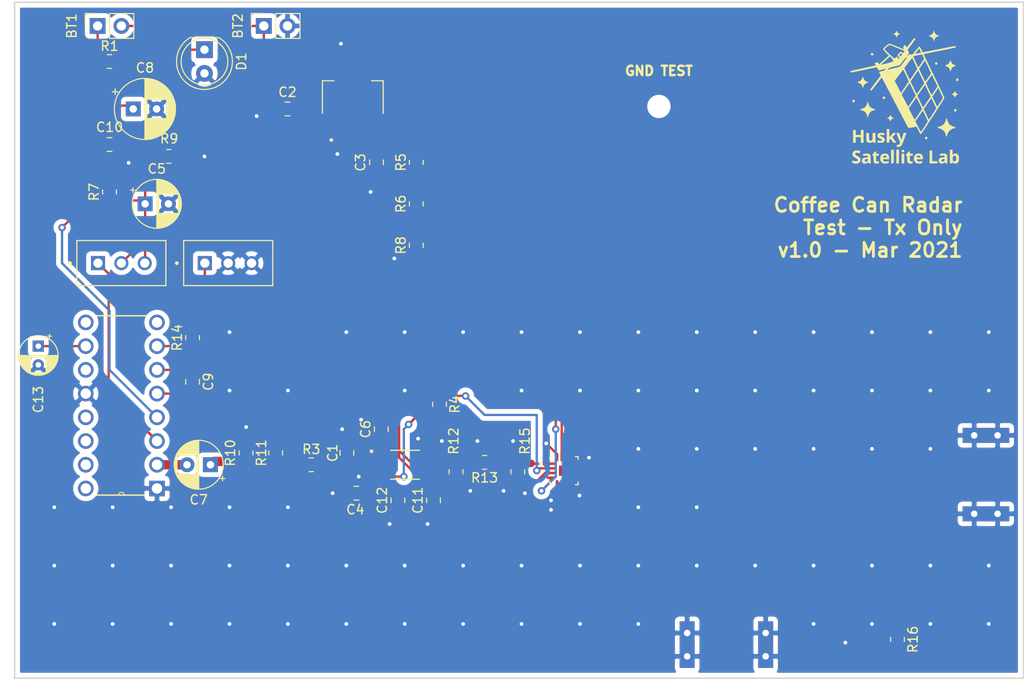
<source format=kicad_pcb>
(kicad_pcb (version 20171130) (host pcbnew "(5.1.8)-1")
  (layers (0 F.Cu signal) (31 B.Cu signal) (34 B.Paste user) (35 F.Paste user) (36 B.SilkS user) (37 F.SilkS user) (38 B.Mask user) (39 F.Mask user) (44 Edge.Cuts user))
  (net 0 "")
  (net 1 GND)
  (net 2 "Net-(C1-Pad2)")
  (net 3 "Net-(BT1-Pad2)")
  (net 4 "Net-(C4-Pad2)")
  (net 5 "Net-(C6-Pad1)")
  (net 6 "Net-(C7-Pad2)")
  (net 7 RAMP_SIGNAL)
  (net 8 "Net-(C9-Pad1)")
  (net 9 "Net-(C9-Pad2)")
  (net 10 "Net-(D1-Pad1)")
  (net 11 "Net-(G1-Pad16)")
  (net 12 "Net-(G1-Pad15)")
  (net 13 "Net-(G1-Pad14)")
  (net 14 "Net-(G1-Pad13)")
  (net 15 "Net-(G1-Pad11)")
  (net 16 "Net-(G1-Pad9)")
  (net 17 "Net-(G1-Pad8)")
  (net 18 "Net-(G1-Pad7)")
  (net 19 "Net-(G1-Pad3)")
  (net 20 12V_OUT)
  (net 21 3.6V_OUT)
  (net 22 4V_OUT)
  (net 23 "Net-(R12-Pad1)")
  (net 24 "Net-(R13-Pad1)")
  (net 25 "Net-(R14-Pad2)")
  (net 26 COUPLER_SIGNAL)
  (net 27 "Net-(U2-Pad11)")
  (net 28 RF_OUT1)
  (net 29 "Net-(U2-Pad14)")
  (net 30 "Net-(U2-Pad8)")
  (net 31 "Net-(U2-Pad7)")
  (net 32 5V_OUT)
  (net 33 "Net-(C13-Pad1)")
  (net 34 "Net-(C5-Pad1)")
  (module HS2-PARTS:logo (layer F.Cu) (at 222.25 68.58)
    (fp_text reference G*** hide)
    (fp_text value LOGO hide)
  )
  (module Capacitor_SMD:C_0805_2012Metric (layer F.Cu) (at 162.56 106.68 270)
    (fp_text reference C1 (at 0 1.524 90) (layer F.SilkS))
    (fp_text value 220pF)
    (pad 1 smd roundrect (at -0.95 0 270) (size 1 1.45) (layers F.Cu F.Paste F.Mask) (net 1 GND))
    (pad 2 smd roundrect (at 0.95 0 270) (size 1 1.45) (layers F.Cu F.Paste F.Mask) (net 2 "Net-(C1-Pad2)"))
  )
  (module Capacitor_SMD:C_0805_2012Metric (layer F.Cu) (at 156.21 69.85 180)
    (fp_text reference C2 (at 0.012588 1.802066) (layer F.SilkS))
    (fp_text value 0.1uF)
    (pad 1 smd roundrect (at -0.95 0 180) (size 1 1.45) (layers F.Cu F.Paste F.Mask) (net 3 "Net-(BT1-Pad2)"))
    (pad 2 smd roundrect (at 0.95 0 180) (size 1 1.45) (layers F.Cu F.Paste F.Mask) (net 1 GND))
  )
  (module Capacitor_SMD:C_0805_2012Metric (layer F.Cu) (at 165.735 75.565 270)
    (fp_text reference C3 (at 0.014139 1.717951 90) (layer F.SilkS))
    (fp_text value 100uF)
    (pad 1 smd roundrect (at -0.95 0 270) (size 1 1.45) (layers F.Cu F.Paste F.Mask) (net 32 5V_OUT))
    (pad 2 smd roundrect (at 0.95 0 270) (size 1 1.45) (layers F.Cu F.Paste F.Mask) (net 1 GND))
  )
  (module Capacitor_SMD:C_0805_2012Metric (layer F.Cu) (at 163.576 110.998)
    (fp_text reference C4 (at -0.105667 1.750623) (layer F.SilkS))
    (fp_text value 220pF)
    (pad 2 smd roundrect (at 0.95 0) (size 1 1.45) (layers F.Cu F.Paste F.Mask) (net 4 "Net-(C4-Pad2)"))
    (pad 1 smd roundrect (at -0.95 0) (size 1 1.45) (layers F.Cu F.Paste F.Mask) (net 1 GND))
  )
  (module Capacitor_SMD:C_0805_2012Metric (layer F.Cu) (at 166.243 104.14 90)
    (fp_text reference C6 (at 0 -1.68 90) (layer F.SilkS))
    (fp_text value 0.1uF)
    (pad 2 smd roundrect (at 0.95 0 90) (size 1 1.45) (layers F.Cu F.Paste F.Mask) (net 1 GND))
    (pad 1 smd roundrect (at -0.95 0 90) (size 1 1.45) (layers F.Cu F.Paste F.Mask) (net 5 "Net-(C6-Pad1)"))
  )
  (module Capacitor_SMD:C_0805_2012Metric (layer F.Cu) (at 146.05 99.06 270)
    (fp_text reference C9 (at 0 -1.68 90) (layer F.SilkS))
    (fp_text value 0.47uF)
    (pad 1 smd roundrect (at -0.95 0 270) (size 1 1.45) (layers F.Cu F.Paste F.Mask) (net 8 "Net-(C9-Pad1)"))
    (pad 2 smd roundrect (at 0.95 0 270) (size 1 1.45) (layers F.Cu F.Paste F.Mask) (net 9 "Net-(C9-Pad2)"))
  )
  (module Capacitor_SMD:C_0805_2012Metric (layer F.Cu) (at 137.16 73.66 180)
    (fp_text reference C10 (at -0.003787 1.859887) (layer F.SilkS))
    (fp_text value 0.1uF)
    (pad 2 smd roundrect (at 0.95 0 180) (size 1 1.45) (layers F.Cu F.Paste F.Mask) (net 20 12V_OUT))
    (pad 1 smd roundrect (at -0.95 0 180) (size 1 1.45) (layers F.Cu F.Paste F.Mask) (net 1 GND))
  )
  (module Capacitor_SMD:C_0805_2012Metric (layer F.Cu) (at 171.831 111.76 90)
    (fp_text reference C11 (at 0 -1.68 90) (layer F.SilkS))
    (fp_text value 220pF)
    (pad 1 smd roundrect (at -0.95 0 90) (size 1 1.45) (layers F.Cu F.Paste F.Mask) (net 1 GND))
    (pad 2 smd roundrect (at 0.95 0 90) (size 1 1.45) (layers F.Cu F.Paste F.Mask) (net 32 5V_OUT))
  )
  (module Capacitor_SMD:C_0805_2012Metric (layer F.Cu) (at 168.021 111.76 90)
    (fp_text reference C12 (at 0 -1.68 90) (layer F.SilkS))
    (fp_text value 220pF)
    (pad 2 smd roundrect (at 0.95 0 90) (size 1 1.45) (layers F.Cu F.Paste F.Mask) (net 32 5V_OUT))
    (pad 1 smd roundrect (at -0.95 0 90) (size 1 1.45) (layers F.Cu F.Paste F.Mask) (net 1 GND))
  )
  (module HS2-PARTS:XR-2206 (layer F.Cu) (at 134.62 92.71 180)
    (fp_text reference G1 hide)
    (fp_text value XR-2206)
    (pad 16 thru_hole circle (at 0 -17.78 180) (size 1.6764 1.6764) (drill 1.1176) (layers *.Cu *.Mask) (net 11 "Net-(G1-Pad16)"))
    (pad 15 thru_hole circle (at 0 -15.24 180) (size 1.6764 1.6764) (drill 1.1176) (layers *.Cu *.Mask) (net 12 "Net-(G1-Pad15)"))
    (pad 14 thru_hole circle (at 0 -12.7 180) (size 1.6764 1.6764) (drill 1.1176) (layers *.Cu *.Mask) (net 13 "Net-(G1-Pad14)"))
    (pad 13 thru_hole circle (at 0 -10.16 180) (size 1.6764 1.6764) (drill 1.1176) (layers *.Cu *.Mask) (net 14 "Net-(G1-Pad13)"))
    (pad 12 thru_hole circle (at 0 -7.62 180) (size 1.6764 1.6764) (drill 1.1176) (layers *.Cu *.Mask) (net 1 GND))
    (pad 11 thru_hole circle (at 0 -5.08 180) (size 1.6764 1.6764) (drill 1.1176) (layers *.Cu *.Mask) (net 15 "Net-(G1-Pad11)"))
    (pad 10 thru_hole circle (at 0 -2.54 180) (size 1.6764 1.6764) (drill 1.1176) (layers *.Cu *.Mask) (net 33 "Net-(C13-Pad1)"))
    (pad 9 thru_hole circle (at 0 0 180) (size 1.6764 1.6764) (drill 1.1176) (layers *.Cu *.Mask) (net 16 "Net-(G1-Pad9)"))
    (pad 8 thru_hole circle (at -7.62 0 180) (size 1.6764 1.6764) (drill 1.1176) (layers *.Cu *.Mask) (net 17 "Net-(G1-Pad8)"))
    (pad 7 thru_hole circle (at -7.62 -2.54 180) (size 1.6764 1.6764) (drill 1.1176) (layers *.Cu *.Mask) (net 18 "Net-(G1-Pad7)"))
    (pad 6 thru_hole circle (at -7.62 -5.08 180) (size 1.6764 1.6764) (drill 1.1176) (layers *.Cu *.Mask) (net 8 "Net-(C9-Pad1)"))
    (pad 5 thru_hole circle (at -7.62 -7.62 180) (size 1.6764 1.6764) (drill 1.1176) (layers *.Cu *.Mask) (net 9 "Net-(C9-Pad2)"))
    (pad 4 thru_hole circle (at -7.62 -10.16 180) (size 1.6764 1.6764) (drill 1.1176) (layers *.Cu *.Mask) (net 20 12V_OUT))
    (pad 3 thru_hole circle (at -7.62 -12.7 180) (size 1.6764 1.6764) (drill 1.1176) (layers *.Cu *.Mask) (net 19 "Net-(G1-Pad3)"))
    (pad 2 thru_hole circle (at -7.62 -15.24 180) (size 1.6764 1.6764) (drill 1.1176) (layers *.Cu *.Mask) (net 6 "Net-(C7-Pad2)"))
    (pad 1 thru_hole rect (at -7.62 -17.78 180) (size 1.6764 1.6764) (drill 1.1176) (layers *.Cu *.Mask) (net 1 GND))
  )
  (module Resistor_SMD:R_0805_2012Metric (layer F.Cu) (at 137.16 64.77)
    (fp_text reference R1 (at 0 -1.65) (layer F.SilkS))
    (fp_text value 1K)
    (pad 1 smd roundrect (at -0.9125 0) (size 1.025 1.4) (layers F.Cu F.Paste F.Mask) (roundrect_rratio 0.2439014634146341) (net 20 12V_OUT))
    (pad 2 smd roundrect (at 0.9125 0) (size 1.025 1.4) (layers F.Cu F.Paste F.Mask) (roundrect_rratio 0.2439014634146341) (net 10 "Net-(D1-Pad1)"))
  )
  (module Resistor_SMD:R_0805_2012Metric (layer F.Cu) (at 158.75 107.95)
    (fp_text reference R3 (at 0 -1.65) (layer F.SilkS))
    (fp_text value 1k)
    (pad 1 smd roundrect (at -0.9125 0) (size 1.025 1.4) (layers F.Cu F.Paste F.Mask) (roundrect_rratio 0.2439014634146341) (net 7 RAMP_SIGNAL))
    (pad 2 smd roundrect (at 0.9125 0) (size 1.025 1.4) (layers F.Cu F.Paste F.Mask) (roundrect_rratio 0.2439014634146341) (net 2 "Net-(C1-Pad2)"))
  )
  (module Resistor_SMD:R_0805_2012Metric (layer F.Cu) (at 172.476917 101.478458 270)
    (fp_text reference R4 (at 0 -1.65 90) (layer F.SilkS))
    (fp_text value 1k)
    (pad 2 smd roundrect (at 0.9125 0 270) (size 1.025 1.4) (layers F.Cu F.Paste F.Mask) (roundrect_rratio 0.2439014634146341) (net 4 "Net-(C4-Pad2)"))
    (pad 1 smd roundrect (at -0.9125 0 270) (size 1.025 1.4) (layers F.Cu F.Paste F.Mask) (roundrect_rratio 0.2439014634146341) (net 21 3.6V_OUT))
  )
  (module Resistor_SMD:R_0805_2012Metric (layer F.Cu) (at 169.987524 75.565 90)
    (fp_text reference R5 (at 0 -1.65 90) (layer F.SilkS))
    (fp_text value 4.12k)
    (pad 1 smd roundrect (at -0.9125 0 90) (size 1.025 1.4) (layers F.Cu F.Paste F.Mask) (roundrect_rratio 0.2439014634146341) (net 22 4V_OUT))
    (pad 2 smd roundrect (at 0.9125 0 90) (size 1.025 1.4) (layers F.Cu F.Paste F.Mask) (roundrect_rratio 0.2439014634146341) (net 32 5V_OUT))
  )
  (module Resistor_SMD:R_0805_2012Metric (layer F.Cu) (at 169.987524 80.01 90)
    (fp_text reference R6 (at 0 -1.65 90) (layer F.SilkS))
    (fp_text value 1.69k)
    (pad 1 smd roundrect (at -0.9125 0 90) (size 1.025 1.4) (layers F.Cu F.Paste F.Mask) (roundrect_rratio 0.2439014634146341) (net 21 3.6V_OUT))
    (pad 2 smd roundrect (at 0.9125 0 90) (size 1.025 1.4) (layers F.Cu F.Paste F.Mask) (roundrect_rratio 0.2439014634146341) (net 22 4V_OUT))
  )
  (module Resistor_SMD:R_0805_2012Metric (layer F.Cu) (at 137.16 78.74 90)
    (fp_text reference R7 (at 0 -1.65 90) (layer F.SilkS))
    (fp_text value 5.1K)
    (pad 2 smd roundrect (at 0.9125 0 90) (size 1.025 1.4) (layers F.Cu F.Paste F.Mask) (roundrect_rratio 0.2439014634146341) (net 20 12V_OUT))
    (pad 1 smd roundrect (at -0.9125 0 90) (size 1.025 1.4) (layers F.Cu F.Paste F.Mask) (roundrect_rratio 0.2439014634146341) (net 34 "Net-(C5-Pad1)"))
  )
  (module Resistor_SMD:R_0805_2012Metric (layer F.Cu) (at 169.987524 84.455 90)
    (fp_text reference R8 (at 0 -1.65 90) (layer F.SilkS))
    (fp_text value 15k)
    (pad 2 smd roundrect (at 0.9125 0 90) (size 1.025 1.4) (layers F.Cu F.Paste F.Mask) (roundrect_rratio 0.2439014634146341) (net 21 3.6V_OUT))
    (pad 1 smd roundrect (at -0.9125 0 90) (size 1.025 1.4) (layers F.Cu F.Paste F.Mask) (roundrect_rratio 0.2439014634146341) (net 1 GND))
  )
  (module Resistor_SMD:R_0805_2012Metric (layer F.Cu) (at 143.51 74.93 180)
    (fp_text reference R9 (at -0.031438 1.894639) (layer F.SilkS))
    (fp_text value 5.1K)
    (pad 1 smd roundrect (at -0.9125 0 180) (size 1.025 1.4) (layers F.Cu F.Paste F.Mask) (roundrect_rratio 0.2439014634146341) (net 1 GND))
    (pad 2 smd roundrect (at 0.9125 0 180) (size 1.025 1.4) (layers F.Cu F.Paste F.Mask) (roundrect_rratio 0.2439014634146341) (net 34 "Net-(C5-Pad1)"))
  )
  (module Resistor_SMD:R_0805_2012Metric (layer F.Cu) (at 151.765 106.68 90)
    (fp_text reference R10 (at 0.002083 -1.679744 90) (layer F.SilkS))
    (fp_text value 100K)
    (pad 2 smd roundrect (at 0.9125 0 90) (size 1.025 1.4) (layers F.Cu F.Paste F.Mask) (roundrect_rratio 0.2439014634146341) (net 1 GND))
    (pad 1 smd roundrect (at -0.9125 0 90) (size 1.025 1.4) (layers F.Cu F.Paste F.Mask) (roundrect_rratio 0.2439014634146341) (net 7 RAMP_SIGNAL))
  )
  (module Resistor_SMD:R_0805_2012Metric (layer F.Cu) (at 154.94 106.68 270)
    (fp_text reference R11 (at 0 1.524 90) (layer F.SilkS))
    (fp_text value 100K)
    (pad 1 smd roundrect (at -0.9125 0 270) (size 1.025 1.4) (layers F.Cu F.Paste F.Mask) (roundrect_rratio 0.2439014634146341) (net 32 5V_OUT))
    (pad 2 smd roundrect (at 0.9125 0 270) (size 1.025 1.4) (layers F.Cu F.Paste F.Mask) (roundrect_rratio 0.2439014634146341) (net 7 RAMP_SIGNAL))
  )
  (module Resistor_SMD:R_0805_2012Metric (layer F.Cu) (at 174.244 108.712 270)
    (fp_text reference R12 (at -3.302 0.254 90) (layer F.SilkS))
    (fp_text value 432)
    (pad 1 smd roundrect (at -0.9125 0 270) (size 1.025 1.4) (layers F.Cu F.Paste F.Mask) (roundrect_rratio 0.2439014634146341) (net 23 "Net-(R12-Pad1)"))
    (pad 2 smd roundrect (at 0.9125 0 270) (size 1.025 1.4) (layers F.Cu F.Paste F.Mask) (roundrect_rratio 0.2439014634146341) (net 1 GND))
  )
  (module Resistor_SMD:R_0805_2012Metric (layer F.Cu) (at 177.292 107.696 180)
    (fp_text reference R13 (at 0 -1.65) (layer F.SilkS))
    (fp_text value 11.5)
    (pad 2 smd roundrect (at 0.9125 0 180) (size 1.025 1.4) (layers F.Cu F.Paste F.Mask) (roundrect_rratio 0.2439014634146341) (net 23 "Net-(R12-Pad1)"))
    (pad 1 smd roundrect (at -0.9125 0 180) (size 1.025 1.4) (layers F.Cu F.Paste F.Mask) (roundrect_rratio 0.2439014634146341) (net 24 "Net-(R13-Pad1)"))
  )
  (module Resistor_SMD:R_0805_2012Metric (layer F.Cu) (at 146.05 94.3375 90)
    (fp_text reference R14 (at 0 -1.65 90) (layer F.SilkS))
    (fp_text value 1K)
    (pad 2 smd roundrect (at 0.9125 0 90) (size 1.025 1.4) (layers F.Cu F.Paste F.Mask) (roundrect_rratio 0.2439014634146341) (net 25 "Net-(R14-Pad2)"))
    (pad 1 smd roundrect (at -0.9125 0 90) (size 1.025 1.4) (layers F.Cu F.Paste F.Mask) (roundrect_rratio 0.2439014634146341) (net 18 "Net-(G1-Pad7)"))
  )
  (module Resistor_SMD:R_0805_2012Metric (layer F.Cu) (at 180.848 108.712 270)
    (fp_text reference R15 (at -3.302 -0.762 90) (layer F.SilkS))
    (fp_text value 432)
    (pad 2 smd roundrect (at 0.9125 0 270) (size 1.025 1.4) (layers F.Cu F.Paste F.Mask) (roundrect_rratio 0.2439014634146341) (net 1 GND))
    (pad 1 smd roundrect (at -0.9125 0 270) (size 1.025 1.4) (layers F.Cu F.Paste F.Mask) (roundrect_rratio 0.2439014634146341) (net 24 "Net-(R13-Pad1)"))
  )
  (module HS2-PARTS:PV36W (layer F.Cu) (at 138.43 86.36)
    (fp_text reference RV2 hide)
    (fp_text value 50K)
    (pad 3 thru_hole circle (at 2.5 0) (size 1.508 1.508) (drill 1) (layers *.Cu *.Mask) (net 34 "Net-(C5-Pad1)"))
    (pad 2 thru_hole circle (at 0 0) (size 1.508 1.508) (drill 1) (layers *.Cu *.Mask) (net 34 "Net-(C5-Pad1)"))
    (pad 1 thru_hole rect (at -2.5 0) (size 1.508 1.508) (drill 1) (layers *.Cu *.Mask) (net 19 "Net-(G1-Pad3)"))
  )
  (module HS2-PARTS:PV36W (layer F.Cu) (at 149.86 86.36)
    (fp_text reference RV3 hide)
    (fp_text value 2M)
    (pad 1 thru_hole rect (at -2.5 0) (size 1.508 1.508) (drill 1) (layers *.Cu *.Mask) (net 25 "Net-(R14-Pad2)"))
    (pad 2 thru_hole circle (at 0 0) (size 1.508 1.508) (drill 1) (layers *.Cu *.Mask) (net 1 GND))
    (pad 3 thru_hole circle (at 2.5 0) (size 1.508 1.508) (drill 1) (layers *.Cu *.Mask) (net 1 GND))
  )
  (module HS2-PARTS:MAX2750AUA+ (layer F.Cu) (at 168.783 107.95)
    (fp_text reference U1 hide)
    (fp_text value MAX2750AUA+)
    (pad 8 smd rect (at 2.165 -0.975) (size 1.42 0.47) (layers F.Cu F.Paste F.Mask) (net 1 GND))
    (pad 7 smd rect (at 2.165 -0.325) (size 1.42 0.47) (layers F.Cu F.Paste F.Mask) (net 23 "Net-(R12-Pad1)"))
    (pad 6 smd rect (at 2.165 0.325) (size 1.42 0.47) (layers F.Cu F.Paste F.Mask) (net 32 5V_OUT))
    (pad 5 smd rect (at 2.165 0.975) (size 1.42 0.47) (layers F.Cu F.Paste F.Mask) (net 32 5V_OUT))
    (pad 4 smd rect (at -2.165 0.975) (size 1.42 0.47) (layers F.Cu F.Paste F.Mask) (net 4 "Net-(C4-Pad2)"))
    (pad 3 smd rect (at -2.165 0.325) (size 1.42 0.47) (layers F.Cu F.Paste F.Mask) (net 1 GND))
    (pad 2 smd rect (at -2.165 -0.325) (size 1.42 0.47) (layers F.Cu F.Paste F.Mask) (net 2 "Net-(C1-Pad2)"))
    (pad 1 smd rect (at -2.165 -0.975) (size 1.42 0.47) (layers F.Cu F.Paste F.Mask) (net 5 "Net-(C6-Pad1)"))
  )
  (module HS2-PARTS:SE2565T-R (layer F.Cu) (at 185.801 108.585)
    (fp_text reference U2 hide)
    (fp_text value SE2565T-R)
    (pad 17 smd rect (at 0 0) (size 1.1 1.1) (layers F.Cu F.Mask))
    (pad 12 smd rect (at 1.435 -0.75) (size 0.84 0.27) (layers F.Cu F.Paste F.Mask) (net 1 GND))
    (pad 11 smd rect (at 1.435 -0.25) (size 0.84 0.27) (layers F.Cu F.Paste F.Mask) (net 27 "Net-(U2-Pad11)"))
    (pad 10 smd rect (at 1.435 0.25) (size 0.84 0.27) (layers F.Cu F.Paste F.Mask) (net 28 RF_OUT1))
    (pad 9 smd rect (at 1.435 0.75) (size 0.84 0.27) (layers F.Cu F.Paste F.Mask) (net 1 GND))
    (pad 4 smd rect (at -1.435 0.75) (size 0.84 0.27) (layers F.Cu F.Paste F.Mask) (net 22 4V_OUT))
    (pad 3 smd rect (at -1.435 0.25) (size 0.84 0.27) (layers F.Cu F.Paste F.Mask) (net 1 GND))
    (pad 2 smd rect (at -1.435 -0.25) (size 0.84 0.27) (layers F.Cu F.Paste F.Mask) (net 21 3.6V_OUT))
    (pad 1 smd rect (at -1.435 -0.75) (size 0.84 0.27) (layers F.Cu F.Paste F.Mask) (net 24 "Net-(R13-Pad1)"))
    (pad 16 smd rect (at -0.75 -1.435) (size 0.27 0.84) (layers F.Cu F.Paste F.Mask) (net 1 GND))
    (pad 15 smd rect (at -0.25 -1.435) (size 0.27 0.84) (layers F.Cu F.Paste F.Mask) (net 22 4V_OUT))
    (pad 14 smd rect (at 0.25 -1.435) (size 0.27 0.84) (layers F.Cu F.Paste F.Mask) (net 29 "Net-(U2-Pad14)"))
    (pad 13 smd rect (at 0.75 -1.435) (size 0.27 0.84) (layers F.Cu F.Paste F.Mask) (net 22 4V_OUT))
    (pad 8 smd rect (at 0.75 1.435) (size 0.27 0.84) (layers F.Cu F.Paste F.Mask) (net 30 "Net-(U2-Pad8)"))
    (pad 7 smd rect (at 0.25 1.435) (size 0.27 0.84) (layers F.Cu F.Paste F.Mask) (net 31 "Net-(U2-Pad7)"))
    (pad 6 smd rect (at -0.25 1.435) (size 0.27 0.84) (layers F.Cu F.Paste F.Mask) (net 1 GND))
    (pad 5 smd rect (at -0.75 1.435) (size 0.27 0.84) (layers F.Cu F.Paste F.Mask) (net 1 GND))
  )
  (module HS2-PARTS:SMA_EDGE_MOUNT_132255 (layer F.Cu) (at 203.173864 126.967194)
    (fp_text reference U3 hide)
    (fp_text value SMA_PCB_Edge_Mount)
    (pad 3 thru_hole rect (at 4.2 -1) (size 1.6 2.5) (drill 0.7) (layers *.Cu *.Paste *.Mask) (net 1 GND))
    (pad 3 thru_hole rect (at 4.2 1.5) (size 1.6 2.5) (drill 0.7) (layers *.Cu *.Paste *.Mask) (net 1 GND))
    (pad 1 thru_hole rect (at -4.2 -1) (size 1.6 2.5) (drill 0.7) (layers *.Cu *.Paste *.Mask) (net 1 GND))
    (pad 2 smd rect (at 0 0) (size 1.5 5.6) (layers F.Cu F.Paste F.Mask) (net 26 COUPLER_SIGNAL))
    (pad 1 thru_hole rect (at -4.2 1.5) (size 1.6 2.5) (drill 0.7) (layers *.Cu *.Paste *.Mask) (net 1 GND))
  )
  (module HS2-PARTS:SMA_EDGE_MOUNT_132255 (layer F.Cu) (at 230.689118 109.005376 90)
    (fp_text reference U4 hide)
    (fp_text value SMA_PCB_Edge_Mount)
    (pad 1 thru_hole rect (at -4.2 1.5 90) (size 1.6 2.5) (drill 0.7) (layers *.Cu *.Paste *.Mask) (net 1 GND))
    (pad 2 smd rect (at 0 0 90) (size 1.5 5.6) (layers F.Cu F.Paste F.Mask) (net 28 RF_OUT1))
    (pad 1 thru_hole rect (at -4.2 -1 90) (size 1.6 2.5) (drill 0.7) (layers *.Cu *.Paste *.Mask) (net 1 GND))
    (pad 3 thru_hole rect (at 4.2 1.5 90) (size 1.6 2.5) (drill 0.7) (layers *.Cu *.Paste *.Mask) (net 1 GND))
    (pad 3 thru_hole rect (at 4.2 -1 90) (size 1.6 2.5) (drill 0.7) (layers *.Cu *.Paste *.Mask) (net 1 GND))
  )
  (module Connector_PinSocket_2.54mm:PinSocket_1x02_P2.54mm_Vertical (layer F.Cu) (at 135.89 60.96 90)
    (fp_text reference BT1 (at 0 -2.77 90) (layer F.SilkS))
    (fp_text value 6V)
    (pad 2 thru_hole oval (at 0 2.54 90) (size 1.7 1.7) (drill 1) (layers *.Cu *.Mask) (net 3 "Net-(BT1-Pad2)"))
    (pad 1 thru_hole rect (at 0 0 90) (size 1.7 1.7) (drill 1) (layers *.Cu *.Mask) (net 20 12V_OUT))
  )
  (module Connector_PinSocket_2.54mm:PinSocket_1x02_P2.54mm_Vertical (layer F.Cu) (at 153.67 60.96 90)
    (fp_text reference BT2 (at 0 -2.77 90) (layer F.SilkS))
    (fp_text value 6V)
    (pad 1 thru_hole rect (at 0 0 90) (size 1.7 1.7) (drill 1) (layers *.Cu *.Mask) (net 3 "Net-(BT1-Pad2)"))
    (pad 2 thru_hole oval (at 0 2.54 90) (size 1.7 1.7) (drill 1) (layers *.Cu *.Mask) (net 1 GND))
  )
  (module LED_THT:LED_D5.0mm (layer F.Cu) (at 147.32 63.5 270)
    (fp_text reference D1 (at 1.27 -3.96 90) (layer F.SilkS))
    (fp_text value DIODE)
    (pad 1 thru_hole rect (at 0 0 270) (size 1.8 1.8) (drill 0.9) (layers *.Cu *.Mask) (net 10 "Net-(D1-Pad1)"))
    (pad 2 thru_hole circle (at 2.54 0 270) (size 1.8 1.8) (drill 0.9) (layers *.Cu *.Mask) (net 1 GND))
  )
  (module HS2-PARTS:LM2940 (layer F.Cu) (at 163.195 68.58 90)
    (fp_text reference VR1 hide)
    (fp_text value LM2940)
    (pad 1 smd rect (at -2.9 -2.3 90) (size 2.15 0.95) (layers F.Cu F.Paste F.Mask) (net 3 "Net-(BT1-Pad2)"))
    (pad 2 smd rect (at -2.9 0 90) (size 2.15 0.95) (layers F.Cu F.Paste F.Mask) (net 1 GND))
    (pad 3 smd rect (at -2.9 2.3 90) (size 2.15 0.95) (layers F.Cu F.Paste F.Mask) (net 32 5V_OUT))
    (pad 4 smd rect (at 2.9 0 90) (size 2.15 3.25) (layers F.Cu F.Paste F.Mask) (net 1 GND))
  )
  (module Capacitor_THT:CP_Radial_D5.0mm_P2.50mm (layer F.Cu) (at 140.97 80.01)
    (fp_text reference C5 (at 1.25 -3.75) (layer F.SilkS))
    (fp_text value 10uF)
    (pad 1 thru_hole rect (at 0 0) (size 1.6 1.6) (drill 0.8) (layers *.Cu *.Mask) (net 34 "Net-(C5-Pad1)"))
    (pad 2 thru_hole circle (at 2.5 0) (size 1.6 1.6) (drill 0.8) (layers *.Cu *.Mask) (net 1 GND))
  )
  (module Capacitor_THT:CP_Radial_D5.0mm_P2.50mm (layer F.Cu) (at 147.955 107.95 180)
    (fp_text reference C7 (at 1.25 -3.75) (layer F.SilkS))
    (fp_text value 10uF)
    (pad 2 thru_hole circle (at 2.5 0 180) (size 1.6 1.6) (drill 0.8) (layers *.Cu *.Mask) (net 6 "Net-(C7-Pad2)"))
    (pad 1 thru_hole rect (at 0 0 180) (size 1.6 1.6) (drill 0.8) (layers *.Cu *.Mask) (net 7 RAMP_SIGNAL))
  )
  (module Capacitor_THT:CP_Radial_D6.3mm_P2.50mm (layer F.Cu) (at 139.7 69.85)
    (fp_text reference C8 (at 1.25 -4.4) (layer F.SilkS))
    (fp_text value 100uF)
    (pad 1 thru_hole rect (at 0 0) (size 1.6 1.6) (drill 0.8) (layers *.Cu *.Mask) (net 20 12V_OUT))
    (pad 2 thru_hole circle (at 2.5 0) (size 1.6 1.6) (drill 0.8) (layers *.Cu *.Mask) (net 1 GND))
  )
  (module Capacitor_THT:CP_Radial_D4.0mm_P2.00mm (layer F.Cu) (at 129.54 95.25 270)
    (fp_text reference C13 (at 5.715 0 90) (layer F.SilkS))
    (fp_text value 1uF)
    (pad 1 thru_hole rect (at 0 0 270) (size 1.2 1.2) (drill 0.6) (layers *.Cu *.Mask) (net 33 "Net-(C13-Pad1)"))
    (pad 2 thru_hole circle (at 2 0 270) (size 1.2 1.2) (drill 0.6) (layers *.Cu *.Mask) (net 1 GND))
  )
  (module Resistor_SMD:R_0805_2012Metric (layer F.Cu) (at 221.478016 126.654151 270)
    (fp_text reference R16 (at 0 -1.65 90) (layer F.SilkS))
    (fp_text value 50)
    (pad 1 smd roundrect (at -0.9125 0 270) (size 1.025 1.4) (layers F.Cu F.Paste F.Mask) (roundrect_rratio 0.243902) (net 26 COUPLER_SIGNAL))
    (pad 2 smd roundrect (at 0.9125 0 270) (size 1.025 1.4) (layers F.Cu F.Paste F.Mask) (roundrect_rratio 0.243902) (net 1 GND))
  )
  (gr_line (start 234.95 130.81) (end 127 130.81) (layer Edge.Cuts) (width 0.15))
  (gr_line (start 234.95 58.42) (end 234.95 130.81) (layer Edge.Cuts) (width 0.15))
  (gr_line (start 127 58.42) (end 234.95 58.42) (layer Edge.Cuts) (width 0.15))
  (gr_line (start 127 58.42) (end 127 130.81) (layer Edge.Cuts) (width 0.15))
  (gr_text "GND TEST" (at 195.95 65.77) (layer F.SilkS) (effects (font (size 1 1) (thickness 0.25))))
  (gr_text "Coffee Can Radar\nTest - Tx Only\nv1.0 - Mar 2021" (at 228.6 82.55) (layer F.SilkS) (effects (font (size 1.5 1.5) (thickness 0.3)) (justify right)))
  (via (at 161.925 62.865) (size 0.8) (drill 0.4) (layers F.Cu B.Cu) (net 1))
  (segment (start 163.195 64.135) (end 161.925 62.865) (width 0.25) (layer F.Cu) (net 1))
  (segment (start 163.195 65.68) (end 163.195 64.135) (width 0.25) (layer F.Cu) (net 1))
  (via (at 162.052 104.14) (size 0.8) (drill 0.4) (layers F.Cu B.Cu) (net 1))
  (segment (start 162.56 104.648) (end 162.052 104.14) (width 0.25) (layer F.Cu) (net 1))
  (segment (start 162.56 105.73) (end 162.56 104.648) (width 0.25) (layer F.Cu) (net 1))
  (via (at 164.084 103.124) (size 0.8) (drill 0.4) (layers F.Cu B.Cu) (net 1))
  (segment (start 164.15 103.19) (end 164.084 103.124) (width 0.25) (layer F.Cu) (net 1))
  (segment (start 166.243 103.19) (end 164.15 103.19) (width 0.25) (layer F.Cu) (net 1))
  (via (at 161.036 110.998) (size 0.8) (drill 0.4) (layers F.Cu B.Cu) (net 1))
  (segment (start 162.626 110.998) (end 161.036 110.998) (width 0.25) (layer F.Cu) (net 1))
  (via (at 167.132 114.3) (size 0.8) (drill 0.4) (layers F.Cu B.Cu) (net 1))
  (segment (start 168.021 113.411) (end 167.132 114.3) (width 0.25) (layer F.Cu) (net 1))
  (segment (start 168.021 112.71) (end 168.021 113.411) (width 0.25) (layer F.Cu) (net 1))
  (segment (start 171.831 113.665) (end 171.196 114.3) (width 0.25) (layer F.Cu) (net 1))
  (via (at 171.196 114.3) (size 0.8) (drill 0.4) (layers F.Cu B.Cu) (net 1))
  (segment (start 171.831 112.71) (end 171.831 113.665) (width 0.25) (layer F.Cu) (net 1))
  (via (at 183.896 105.664) (size 0.8) (drill 0.4) (layers F.Cu B.Cu) (net 1))
  (segment (start 185.051 106.819) (end 183.896 105.664) (width 0.25) (layer F.Cu) (net 1))
  (segment (start 185.051 107.15) (end 185.051 106.819) (width 0.25) (layer F.Cu) (net 1))
  (via (at 179.324 110.744) (size 0.8) (drill 0.4) (layers F.Cu B.Cu) (net 1))
  (segment (start 180.4435 109.6245) (end 179.324 110.744) (width 0.25) (layer F.Cu) (net 1))
  (segment (start 180.848 109.6245) (end 180.4435 109.6245) (width 0.25) (layer F.Cu) (net 1))
  (via (at 175.768 110.744) (size 0.8) (drill 0.4) (layers F.Cu B.Cu) (net 1))
  (segment (start 174.6485 109.6245) (end 175.768 110.744) (width 0.25) (layer F.Cu) (net 1))
  (segment (start 174.244 109.6245) (end 174.6485 109.6245) (width 0.25) (layer F.Cu) (net 1))
  (segment (start 183.773 108.835) (end 182.88 109.728) (width 0.25) (layer F.Cu) (net 1))
  (via (at 181.61 110.998) (size 0.8) (drill 0.4) (layers F.Cu B.Cu) (net 1))
  (segment (start 184.366 108.835) (end 183.773 108.835) (width 0.25) (layer F.Cu) (net 1))
  (segment (start 185.051 111.113) (end 184.404 111.76) (width 0.25) (layer F.Cu) (net 1))
  (via (at 184.404 111.76) (size 0.8) (drill 0.4) (layers F.Cu B.Cu) (net 1))
  (segment (start 185.051 110.02) (end 185.051 111.113) (width 0.25) (layer F.Cu) (net 1))
  (via (at 184.404 112.776) (size 0.8) (drill 0.4) (layers F.Cu B.Cu) (net 1))
  (segment (start 185.551 111.629) (end 184.404 112.776) (width 0.25) (layer F.Cu) (net 1))
  (segment (start 185.551 110.02) (end 185.551 111.629) (width 0.25) (layer F.Cu) (net 1))
  (via (at 187.452 111.252) (size 0.8) (drill 0.4) (layers F.Cu B.Cu) (net 1))
  (segment (start 187.236 111.036) (end 187.452 111.252) (width 0.25) (layer F.Cu) (net 1))
  (segment (start 187.236 109.335) (end 187.236 111.036) (width 0.25) (layer F.Cu) (net 1))
  (via (at 188.468 107.188) (size 0.8) (drill 0.4) (layers F.Cu B.Cu) (net 1))
  (segment (start 187.821 107.835) (end 188.468 107.188) (width 0.25) (layer F.Cu) (net 1))
  (segment (start 187.236 107.835) (end 187.821 107.835) (width 0.25) (layer F.Cu) (net 1))
  (segment (start 168.1245 85.3675) (end 167.64 85.852) (width 0.25) (layer F.Cu) (net 1))
  (via (at 167.64 85.852) (size 0.8) (drill 0.4) (layers F.Cu B.Cu) (net 1))
  (segment (start 169.987524 85.3675) (end 168.1245 85.3675) (width 0.25) (layer F.Cu) (net 1))
  (via (at 165.1 78.74) (size 0.8) (drill 0.4) (layers F.Cu B.Cu) (net 1))
  (segment (start 165.735 78.105) (end 165.1 78.74) (width 0.25) (layer F.Cu) (net 1))
  (segment (start 165.735 76.515) (end 165.735 78.105) (width 0.25) (layer F.Cu) (net 1))
  (segment (start 163.195 73.025) (end 161.544 74.676) (width 0.25) (layer F.Cu) (net 1))
  (via (at 161.544 74.676) (size 0.8) (drill 0.4) (layers F.Cu B.Cu) (net 1))
  (segment (start 163.195 71.48) (end 163.195 73.025) (width 0.25) (layer F.Cu) (net 1))
  (via (at 152.908 70.612) (size 0.8) (drill 0.4) (layers F.Cu B.Cu) (net 1))
  (segment (start 153.67 69.85) (end 152.908 70.612) (width 0.25) (layer F.Cu) (net 1))
  (segment (start 155.26 69.85) (end 153.67 69.85) (width 0.25) (layer F.Cu) (net 1))
  (via (at 170.18 105.156) (size 0.8) (drill 0.4) (layers F.Cu B.Cu) (net 1))
  (segment (start 170.948 105.924) (end 170.18 105.156) (width 0.25) (layer F.Cu) (net 1))
  (segment (start 170.948 106.975) (end 170.948 105.924) (width 0.25) (layer F.Cu) (net 1))
  (via (at 147.32 74.93) (size 0.8) (drill 0.4) (layers F.Cu B.Cu) (net 1))
  (segment (start 144.4225 74.93) (end 147.32 74.93) (width 0.25) (layer F.Cu) (net 1))
  (segment (start 151.765 103.924004) (end 151.78014 103.908864) (width 0.25) (layer F.Cu) (net 1))
  (via (at 151.78014 103.908864) (size 0.8) (drill 0.4) (layers F.Cu B.Cu) (net 1))
  (segment (start 151.765 105.7675) (end 151.765 103.924004) (width 0.25) (layer F.Cu) (net 1))
  (via (at 195.95 69.58) (size 5) (drill 2.5) (layers F.Cu B.Cu) (net 1))
  (via (at 180.34 105.41) (size 0.8) (drill 0.4) (layers F.Cu B.Cu) (net 1))
  (via (at 176.53 105.41) (size 0.8) (drill 0.4) (layers F.Cu B.Cu) (net 1))
  (via (at 172.72 105.41) (size 0.8) (drill 0.4) (layers F.Cu B.Cu) (net 1))
  (segment (start 165.658 108.275) (end 164.713 109.22) (width 0.25) (layer F.Cu) (net 1))
  (segment (start 166.618 108.275) (end 165.658 108.275) (width 0.25) (layer F.Cu) (net 1))
  (via (at 163.83 109.22) (size 0.8) (drill 0.4) (layers F.Cu B.Cu) (net 1))
  (segment (start 164.713 109.22) (end 163.83 109.22) (width 0.25) (layer F.Cu) (net 1))
  (via (at 193.75 106.25) (size 0.8) (drill 0.4) (layers F.Cu B.Cu) (net 1))
  (via (at 200 106.25) (size 0.8) (drill 0.4) (layers F.Cu B.Cu) (net 1))
  (via (at 206.25 106.25) (size 0.8) (drill 0.4) (layers F.Cu B.Cu) (net 1))
  (via (at 212.5 106.25) (size 0.8) (drill 0.4) (layers F.Cu B.Cu) (net 1))
  (via (at 218.75 106.25) (size 0.8) (drill 0.4) (layers F.Cu B.Cu) (net 1))
  (via (at 225 106.25) (size 0.8) (drill 0.4) (layers F.Cu B.Cu) (net 1))
  (via (at 218.75 100) (size 0.8) (drill 0.4) (layers F.Cu B.Cu) (net 1))
  (via (at 225 100) (size 0.8) (drill 0.4) (layers F.Cu B.Cu) (net 1))
  (via (at 212.5 100) (size 0.8) (drill 0.4) (layers F.Cu B.Cu) (net 1))
  (via (at 206.25 100) (size 0.8) (drill 0.4) (layers F.Cu B.Cu) (net 1))
  (via (at 200 100) (size 0.8) (drill 0.4) (layers F.Cu B.Cu) (net 1))
  (via (at 193.75 100) (size 0.8) (drill 0.4) (layers F.Cu B.Cu) (net 1))
  (via (at 187.5 100) (size 0.8) (drill 0.4) (layers F.Cu B.Cu) (net 1))
  (via (at 187.5 93.75) (size 0.8) (drill 0.4) (layers F.Cu B.Cu) (net 1))
  (via (at 193.75 93.75) (size 0.8) (drill 0.4) (layers F.Cu B.Cu) (net 1))
  (via (at 200 93.75) (size 0.8) (drill 0.4) (layers F.Cu B.Cu) (net 1))
  (via (at 206.25 93.75) (size 0.8) (drill 0.4) (layers F.Cu B.Cu) (net 1))
  (via (at 212.5 93.75) (size 0.8) (drill 0.4) (layers F.Cu B.Cu) (net 1))
  (via (at 218.75 93.75) (size 0.8) (drill 0.4) (layers F.Cu B.Cu) (net 1))
  (via (at 225 93.75) (size 0.8) (drill 0.4) (layers F.Cu B.Cu) (net 1))
  (via (at 231.25 93.75) (size 0.8) (drill 0.4) (layers F.Cu B.Cu) (net 1))
  (via (at 231.25 100) (size 0.8) (drill 0.4) (layers F.Cu B.Cu) (net 1))
  (via (at 225 118.75) (size 0.8) (drill 0.4) (layers F.Cu B.Cu) (net 1))
  (via (at 231.25 118.75) (size 0.8) (drill 0.4) (layers F.Cu B.Cu) (net 1))
  (via (at 231.25 125) (size 0.8) (drill 0.4) (layers F.Cu B.Cu) (net 1))
  (via (at 225 125) (size 0.8) (drill 0.4) (layers F.Cu B.Cu) (net 1))
  (via (at 218.75 118.75) (size 0.8) (drill 0.4) (layers F.Cu B.Cu) (net 1))
  (via (at 212.5 118.75) (size 0.8) (drill 0.4) (layers F.Cu B.Cu) (net 1))
  (via (at 218.75 125) (size 0.8) (drill 0.4) (layers F.Cu B.Cu) (net 1))
  (via (at 212.5 125) (size 0.8) (drill 0.4) (layers F.Cu B.Cu) (net 1))
  (via (at 206.25 118.75) (size 0.8) (drill 0.4) (layers F.Cu B.Cu) (net 1))
  (via (at 200 112.5) (size 0.8) (drill 0.4) (layers F.Cu B.Cu) (net 1))
  (via (at 200 118.75) (size 0.8) (drill 0.4) (layers F.Cu B.Cu) (net 1))
  (via (at 193.75 118.75) (size 0.8) (drill 0.4) (layers F.Cu B.Cu) (net 1))
  (via (at 193.75 112.5) (size 0.8) (drill 0.4) (layers F.Cu B.Cu) (net 1))
  (via (at 187.5 118.75) (size 0.8) (drill 0.4) (layers F.Cu B.Cu) (net 1))
  (via (at 193.75 125) (size 0.8) (drill 0.4) (layers F.Cu B.Cu) (net 1))
  (via (at 187.5 125) (size 0.8) (drill 0.4) (layers F.Cu B.Cu) (net 1))
  (via (at 175 93.75) (size 0.8) (drill 0.4) (layers F.Cu B.Cu) (net 1))
  (via (at 181.25 93.75) (size 0.8) (drill 0.4) (layers F.Cu B.Cu) (net 1))
  (via (at 181.25 100) (size 0.8) (drill 0.4) (layers F.Cu B.Cu) (net 1))
  (via (at 162.5 93.75) (size 0.8) (drill 0.4) (layers F.Cu B.Cu) (net 1))
  (via (at 168.75 93.75) (size 0.8) (drill 0.4) (layers F.Cu B.Cu) (net 1))
  (via (at 168.75 100) (size 0.8) (drill 0.4) (layers F.Cu B.Cu) (net 1))
  (via (at 181.25 118.75) (size 0.8) (drill 0.4) (layers F.Cu B.Cu) (net 1))
  (via (at 181.25 125) (size 0.8) (drill 0.4) (layers F.Cu B.Cu) (net 1))
  (via (at 175 125) (size 0.8) (drill 0.4) (layers F.Cu B.Cu) (net 1))
  (via (at 175 118.75) (size 0.8) (drill 0.4) (layers F.Cu B.Cu) (net 1))
  (via (at 168.75 118.75) (size 0.8) (drill 0.4) (layers F.Cu B.Cu) (net 1))
  (via (at 168.75 125) (size 0.8) (drill 0.4) (layers F.Cu B.Cu) (net 1))
  (via (at 162.5 125) (size 0.8) (drill 0.4) (layers F.Cu B.Cu) (net 1))
  (via (at 162.5 118.75) (size 0.8) (drill 0.4) (layers F.Cu B.Cu) (net 1))
  (via (at 156.25 118.75) (size 0.8) (drill 0.4) (layers F.Cu B.Cu) (net 1))
  (via (at 156.25 125) (size 0.8) (drill 0.4) (layers F.Cu B.Cu) (net 1))
  (via (at 156.25 112.5) (size 0.8) (drill 0.4) (layers F.Cu B.Cu) (net 1))
  (via (at 150 112.5) (size 0.8) (drill 0.4) (layers F.Cu B.Cu) (net 1))
  (via (at 150 118.75) (size 0.8) (drill 0.4) (layers F.Cu B.Cu) (net 1))
  (via (at 150 125) (size 0.8) (drill 0.4) (layers F.Cu B.Cu) (net 1))
  (via (at 150 100) (size 0.8) (drill 0.4) (layers F.Cu B.Cu) (net 1))
  (via (at 150 93.75) (size 0.8) (drill 0.4) (layers F.Cu B.Cu) (net 1))
  (via (at 143.75 118.75) (size 0.8) (drill 0.4) (layers F.Cu B.Cu) (net 1))
  (via (at 143.75 125) (size 0.8) (drill 0.4) (layers F.Cu B.Cu) (net 1))
  (via (at 137.5 125) (size 0.8) (drill 0.4) (layers F.Cu B.Cu) (net 1))
  (via (at 137.5 118.75) (size 0.8) (drill 0.4) (layers F.Cu B.Cu) (net 1))
  (via (at 131.25 118.75) (size 0.8) (drill 0.4) (layers F.Cu B.Cu) (net 1))
  (via (at 131.25 125) (size 0.8) (drill 0.4) (layers F.Cu B.Cu) (net 1))
  (via (at 131.25 112.5) (size 0.8) (drill 0.4) (layers F.Cu B.Cu) (net 1))
  (via (at 137.5 112.5) (size 0.8) (drill 0.4) (layers F.Cu B.Cu) (net 1))
  (via (at 143.75 112.5) (size 0.8) (drill 0.4) (layers F.Cu B.Cu) (net 1))
  (via (at 215.9 127) (size 0.8) (drill 0.4) (layers F.Cu B.Cu) (net 1))
  (segment (start 216.466651 127.566651) (end 215.9 127) (width 0.25) (layer F.Cu) (net 1))
  (segment (start 221.478016 127.566651) (end 216.466651 127.566651) (width 0.25) (layer F.Cu) (net 1))
  (via (at 156.25 100) (size 0.8) (drill 0.4) (layers F.Cu B.Cu) (net 1))
  (via (at 139.209921 75.619172) (size 0.8) (drill 0.4) (layers F.Cu B.Cu) (net 1))
  (segment (start 138.11 74.519251) (end 139.209921 75.619172) (width 0.25) (layer F.Cu) (net 1))
  (segment (start 138.11 73.66) (end 138.11 74.519251) (width 0.25) (layer F.Cu) (net 1))
  (segment (start 152.908 70.612) (end 151.638 70.612) (width 0.25) (layer F.Cu) (net 1))
  (segment (start 182.88 109.728) (end 181.61 110.998) (width 0.25) (layer F.Cu) (net 1))
  (segment (start 162.24 107.95) (end 162.56 107.63) (width 0.25) (layer F.Cu) (net 2))
  (segment (start 159.6625 107.95) (end 162.24 107.95) (width 0.75) (layer F.Cu) (net 2))
  (segment (start 162.565 107.625) (end 162.56 107.63) (width 0.25) (layer F.Cu) (net 2))
  (segment (start 166.618 107.625) (end 162.565 107.625) (width 0.6) (layer F.Cu) (net 2))
  (segment (start 157.56 70.09) (end 157.48 70.17) (width 0.25) (layer F.Cu) (net 3))
  (segment (start 157.16 69.85) (end 157.16 68.26) (width 0.25) (layer F.Cu) (net 3))
  (segment (start 153.67 64.77) (end 153.67 60.96) (width 0.25) (layer F.Cu) (net 3))
  (segment (start 157.16 68.26) (end 153.67 64.77) (width 0.25) (layer F.Cu) (net 3))
  (segment (start 159.265 69.85) (end 160.895 71.48) (width 0.25) (layer F.Cu) (net 3))
  (segment (start 157.16 69.85) (end 159.265 69.85) (width 0.25) (layer F.Cu) (net 3))
  (segment (start 138.43 60.96) (end 153.67 60.96) (width 0.25) (layer F.Cu) (net 3))
  (via (at 169.164 103.632) (size 0.8) (drill 0.4) (layers F.Cu B.Cu) (net 4))
  (segment (start 170.2835 102.5125) (end 169.164 103.632) (width 0.25) (layer F.Cu) (net 4))
  (segment (start 169.164 103.632) (end 168.656 104.14) (width 0.25) (layer B.Cu) (net 4))
  (via (at 168.656 109.22) (size 0.8) (drill 0.4) (layers F.Cu B.Cu) (net 4))
  (segment (start 168.656 104.14) (end 168.656 109.22) (width 0.25) (layer B.Cu) (net 4))
  (segment (start 166.913 109.22) (end 166.618 108.925) (width 0.25) (layer F.Cu) (net 4))
  (segment (start 168.656 109.22) (end 166.913 109.22) (width 0.25) (layer F.Cu) (net 4))
  (segment (start 166.599 108.925) (end 164.526 110.998) (width 0.25) (layer F.Cu) (net 4))
  (segment (start 166.618 108.925) (end 166.599 108.925) (width 0.25) (layer F.Cu) (net 4))
  (segment (start 170.405042 102.390958) (end 169.164 103.632) (width 0.25) (layer F.Cu) (net 4))
  (segment (start 172.476917 102.390958) (end 170.405042 102.390958) (width 0.25) (layer F.Cu) (net 4))
  (segment (start 166.618 105.465) (end 166.243 105.09) (width 0.25) (layer F.Cu) (net 5))
  (segment (start 166.618 106.975) (end 166.618 105.465) (width 0.25) (layer F.Cu) (net 5))
  (segment (start 142.24 107.95) (end 145.455 107.95) (width 1) (layer F.Cu) (net 6))
  (segment (start 151.4075 107.95) (end 151.765 107.5925) (width 0.25) (layer F.Cu) (net 7))
  (segment (start 154.94 107.5925) (end 151.765 107.5925) (width 0.75) (layer F.Cu) (net 7))
  (segment (start 157.48 107.5925) (end 157.8375 107.95) (width 0.25) (layer F.Cu) (net 7))
  (segment (start 154.94 107.5925) (end 157.48 107.5925) (width 0.75) (layer F.Cu) (net 7))
  (segment (start 151.765 107.5925) (end 151.4875 107.5925) (width 0.25) (layer F.Cu) (net 7))
  (segment (start 148.3125 107.5925) (end 147.955 107.95) (width 0.25) (layer F.Cu) (net 7))
  (segment (start 151.765 107.5925) (end 148.3125 107.5925) (width 1) (layer F.Cu) (net 7))
  (segment (start 145.73 97.79) (end 146.05 98.11) (width 0.25) (layer F.Cu) (net 8))
  (segment (start 142.24 97.79) (end 145.73 97.79) (width 0.25) (layer F.Cu) (net 8))
  (segment (start 145.73 100.33) (end 146.05 100.01) (width 0.25) (layer F.Cu) (net 9))
  (segment (start 142.24 100.33) (end 145.73 100.33) (width 0.25) (layer F.Cu) (net 9))
  (segment (start 138.0725 64.77) (end 138.43 64.77) (width 0.25) (layer F.Cu) (net 10))
  (segment (start 138.43 64.77) (end 139.7 63.5) (width 0.25) (layer F.Cu) (net 10))
  (segment (start 147.32 63.5) (end 139.7 63.5) (width 0.25) (layer F.Cu) (net 10))
  (segment (start 142.24 95.25) (end 146.05 95.25) (width 0.25) (layer F.Cu) (net 18))
  (segment (start 139.7 102.87) (end 142.24 105.41) (width 0.25) (layer F.Cu) (net 19))
  (segment (start 137.069999 87.499999) (end 135.93 86.36) (width 0.25) (layer F.Cu) (net 19))
  (segment (start 137.069999 100.239999) (end 137.069999 87.499999) (width 0.25) (layer F.Cu) (net 19))
  (segment (start 142.24 105.41) (end 137.069999 100.239999) (width 0.25) (layer F.Cu) (net 19))
  (segment (start 135.89 64.4125) (end 136.2475 64.77) (width 0.25) (layer F.Cu) (net 20))
  (segment (start 135.89 60.96) (end 135.89 64.4125) (width 0.25) (layer F.Cu) (net 20))
  (segment (start 136.21 76.8775) (end 137.16 77.8275) (width 0.25) (layer F.Cu) (net 20))
  (segment (start 136.21 73.66) (end 136.21 76.8775) (width 0.25) (layer F.Cu) (net 20))
  (segment (start 136.2475 73.6225) (end 136.21 73.66) (width 0.25) (layer F.Cu) (net 20))
  (segment (start 136.2475 69.4925) (end 139.3425 69.4925) (width 0.25) (layer F.Cu) (net 20))
  (segment (start 139.3425 69.4925) (end 139.7 69.85) (width 0.25) (layer F.Cu) (net 20))
  (segment (start 136.2475 64.77) (end 136.2475 69.4925) (width 0.25) (layer F.Cu) (net 20))
  (segment (start 136.2475 69.4925) (end 136.2475 73.6225) (width 0.25) (layer F.Cu) (net 20))
  (segment (start 142.24 102.87) (end 137.16 97.79) (width 0.25) (layer B.Cu) (net 20))
  (segment (start 137.16 97.79) (end 137.16 91.44) (width 0.25) (layer B.Cu) (net 20))
  (segment (start 137.16 91.44) (end 132.08 86.36) (width 0.25) (layer B.Cu) (net 20))
  (via (at 132.08 82.55) (size 0.8) (drill 0.4) (layers F.Cu B.Cu) (net 20))
  (segment (start 132.08 86.36) (end 132.08 82.55) (width 0.25) (layer B.Cu) (net 20))
  (segment (start 136.8025 77.8275) (end 137.16 77.8275) (width 0.25) (layer F.Cu) (net 20))
  (segment (start 132.08 82.55) (end 136.8025 77.8275) (width 0.25) (layer F.Cu) (net 20))
  (segment (start 169.987524 82.103524) (end 171.511524 82.103524) (width 0.25) (layer F.Cu) (net 21))
  (segment (start 169.987524 80.9225) (end 169.987524 82.103524) (width 0.25) (layer F.Cu) (net 21))
  (segment (start 169.987524 82.103524) (end 169.987524 83.5425) (width 0.25) (layer F.Cu) (net 21))
  (segment (start 171.511524 82.103524) (end 172.212 82.804) (width 0.25) (layer F.Cu) (net 21))
  (segment (start 182.88 108.56) (end 182.88 102.616) (width 0.25) (layer B.Cu) (net 21))
  (segment (start 182.88 102.616) (end 177.292 102.616) (width 0.25) (layer B.Cu) (net 21))
  (via (at 175.26 100.584) (size 0.8) (drill 0.4) (layers F.Cu B.Cu) (net 21))
  (segment (start 177.292 102.616) (end 175.26 100.584) (width 0.25) (layer B.Cu) (net 21))
  (segment (start 175.241958 100.565958) (end 175.26 100.584) (width 0.25) (layer F.Cu) (net 21))
  (segment (start 172.476917 100.565958) (end 175.241958 100.565958) (width 0.25) (layer F.Cu) (net 21))
  (segment (start 172.476917 83.068917) (end 171.511524 82.103524) (width 0.25) (layer F.Cu) (net 21))
  (segment (start 172.476917 83.068917) (end 172.476917 100.565958) (width 0.25) (layer F.Cu) (net 21))
  (via (at 182.88 108.575) (size 0.8) (drill 0.4) (layers F.Cu B.Cu) (net 21))
  (segment (start 183.12 108.335) (end 182.88 108.575) (width 0.25) (layer F.Cu) (net 21))
  (segment (start 184.366 108.335) (end 183.12 108.335) (width 0.25) (layer F.Cu) (net 21))
  (segment (start 185.551 107.15) (end 185.551 102.747) (width 0.25) (layer F.Cu) (net 22))
  (segment (start 186.551 103.747) (end 185.551 102.747) (width 0.25) (layer F.Cu) (net 22))
  (segment (start 186.551 107.15) (end 186.551 103.747) (width 0.25) (layer F.Cu) (net 22))
  (segment (start 169.987524 77.916476) (end 169.987524 79.0975) (width 0.25) (layer F.Cu) (net 22))
  (segment (start 169.987524 76.4775) (end 169.987524 77.916476) (width 0.25) (layer F.Cu) (net 22))
  (via (at 184.912 104.14) (size 0.8) (drill 0.4) (layers F.Cu B.Cu) (net 22))
  (segment (start 184.912 101.6) (end 185.551 100.961) (width 0.25) (layer F.Cu) (net 22))
  (segment (start 184.912 104.14) (end 184.912 101.6) (width 0.25) (layer F.Cu) (net 22))
  (segment (start 185.551 102.747) (end 185.551 100.961) (width 0.25) (layer F.Cu) (net 22))
  (segment (start 184.366 109.335) (end 184.366 109.766) (width 0.25) (layer F.Cu) (net 22))
  (segment (start 183.388 110.744) (end 184.912 109.22) (width 0.25) (layer B.Cu) (net 22))
  (segment (start 184.912 108.712) (end 184.912 104.14) (width 0.25) (layer B.Cu) (net 22))
  (segment (start 184.912 109.22) (end 184.912 108.712) (width 0.25) (layer B.Cu) (net 22))
  (segment (start 184.912 108.769685) (end 184.912 108.712) (width 0.25) (layer B.Cu) (net 22))
  (segment (start 173.428476 77.916476) (end 185.551 90.039) (width 0.25) (layer F.Cu) (net 22))
  (segment (start 169.987524 77.916476) (end 173.428476 77.916476) (width 0.25) (layer F.Cu) (net 22))
  (segment (start 185.551 100.961) (end 185.551 90.039) (width 0.25) (layer F.Cu) (net 22))
  (segment (start 184.366 109.766) (end 183.388 110.744) (width 0.25) (layer F.Cu) (net 22))
  (via (at 183.388 110.744) (size 0.8) (drill 0.4) (layers F.Cu B.Cu) (net 22))
  (segment (start 174.2115 107.625) (end 174.244 107.5925) (width 0.25) (layer F.Cu) (net 23))
  (segment (start 174.3475 107.696) (end 174.244 107.5925) (width 0.25) (layer F.Cu) (net 23))
  (segment (start 176.3795 107.696) (end 174.3475 107.696) (width 1.5) (layer F.Cu) (net 23))
  (segment (start 170.948 107.625) (end 172.141 107.625) (width 0.25) (layer F.Cu) (net 23))
  (segment (start 174.244 107.7995) (end 173.720716 107.7995) (width 0.25) (layer F.Cu) (net 23))
  (segment (start 173.546216 107.625) (end 172.141 107.625) (width 0.8) (layer F.Cu) (net 23))
  (segment (start 173.720716 107.7995) (end 173.546216 107.625) (width 0.25) (layer F.Cu) (net 23))
  (segment (start 180.7445 107.696) (end 180.848 107.7995) (width 0.25) (layer F.Cu) (net 24))
  (segment (start 178.2045 107.696) (end 180.7445 107.696) (width 1.5) (layer F.Cu) (net 24))
  (segment (start 182.2795 107.7995) (end 182.315 107.835) (width 0.25) (layer F.Cu) (net 24))
  (segment (start 180.848 107.7995) (end 182.2795 107.7995) (width 0.8) (layer F.Cu) (net 24))
  (segment (start 184.366 107.835) (end 182.315 107.835) (width 0.25) (layer F.Cu) (net 24))
  (segment (start 147.36 92.115) (end 146.05 93.425) (width 0.25) (layer F.Cu) (net 25))
  (segment (start 147.36 86.36) (end 147.36 92.115) (width 0.25) (layer F.Cu) (net 25))
  (segment (start 221.511 114.615) (end 221.451 114.615) (width 2.52159) (layer F.Cu) (net 26))
  (segment (start 203.371 114.615) (end 205.911 112.075) (width 2.52159) (layer F.Cu) (net 26))
  (segment (start 221.451 114.615) (end 218.911 112.075) (width 2.52159) (layer F.Cu) (net 26))
  (segment (start 203.201 114.615) (end 203.371 114.615) (width 2.52159) (layer F.Cu) (net 26))
  (segment (start 218.911 112.075) (end 205.911 112.075) (width 2.52159) (layer F.Cu) (net 26))
  (segment (start 221.511 118.445233) (end 221.516048 118.450281) (width 0.25) (layer F.Cu) (net 26))
  (segment (start 221.451 125.109952) (end 221.516048 125.175) (width 0.25) (layer F.Cu) (net 26))
  (segment (start 221.451 114.615) (end 221.451 125.109952) (width 2.52159) (layer F.Cu) (net 26))
  (segment (start 203.177333 114.808667) (end 203.371 114.615) (width 0.25) (layer F.Cu) (net 26))
  (segment (start 203.177333 125.109952) (end 203.177333 114.808667) (width 2.52159) (layer F.Cu) (net 26))
  (segment (start 190.236 108.995) (end 230.211 108.995) (width 2.52159) (layer F.Cu) (net 28))
  (segment (start 193.611 108.995) (end 193.611 108.265842) (width 0.25) (layer F.Cu) (net 28))
  (segment (start 193.611 108.265842) (end 193.389162 108.044004) (width 0.25) (layer F.Cu) (net 28))
  (segment (start 193.451 108.835) (end 193.611 108.995) (width 0.25) (layer F.Cu) (net 28))
  (segment (start 190.076 108.835) (end 190.236 108.995) (width 0.25) (layer F.Cu) (net 28))
  (segment (start 187.906 108.835) (end 188.2 108.833414) (width 0.25) (layer F.Cu) (net 28))
  (segment (start 187.236 108.835) (end 187.906 108.835) (width 0.25) (layer F.Cu) (net 28))
  (segment (start 188.2 108.833414) (end 188.6 108.833414) (width 0.8) (layer F.Cu) (net 28))
  (segment (start 190.074414 108.833414) (end 190.076 108.835) (width 0.25) (layer F.Cu) (net 28))
  (segment (start 188.6 108.833414) (end 190.074414 108.833414) (width 1.5) (layer F.Cu) (net 28))
  (segment (start 165.495 74.85) (end 165.415 74.93) (width 0.25) (layer F.Cu) (net 32))
  (segment (start 165.495 71.48) (end 165.495 74.85) (width 0.25) (layer F.Cu) (net 32))
  (segment (start 169.950024 74.615) (end 169.987524 74.6525) (width 0.25) (layer F.Cu) (net 32))
  (segment (start 165.735 74.615) (end 169.950024 74.615) (width 0.25) (layer F.Cu) (net 32))
  (segment (start 170.948 108.925) (end 169.885 108.925) (width 0.25) (layer F.Cu) (net 32))
  (segment (start 169.885 108.925) (end 168.148 107.188) (width 0.25) (layer F.Cu) (net 32))
  (segment (start 162.56 100.584) (end 156.464 94.488) (width 0.25) (layer F.Cu) (net 32))
  (segment (start 166.624 100.584) (end 162.56 100.584) (width 0.25) (layer F.Cu) (net 32))
  (segment (start 168.148 102.108) (end 166.624 100.584) (width 0.25) (layer F.Cu) (net 32))
  (segment (start 168.148 106.435) (end 168.148 106.172) (width 0.25) (layer F.Cu) (net 32))
  (segment (start 169.988 108.275) (end 168.148 106.435) (width 0.25) (layer F.Cu) (net 32))
  (segment (start 170.948 108.275) (end 169.988 108.275) (width 0.25) (layer F.Cu) (net 32))
  (segment (start 168.148 106.172) (end 168.148 102.108) (width 0.25) (layer F.Cu) (net 32))
  (segment (start 168.148 107.188) (end 168.148 106.172) (width 0.25) (layer F.Cu) (net 32))
  (segment (start 170.948 109.927) (end 171.831 110.81) (width 0.25) (layer F.Cu) (net 32))
  (segment (start 170.948 108.925) (end 170.948 109.927) (width 0.25) (layer F.Cu) (net 32))
  (segment (start 169.063 110.81) (end 168.021 110.81) (width 0.25) (layer F.Cu) (net 32))
  (segment (start 170.948 108.925) (end 169.063 110.81) (width 0.25) (layer F.Cu) (net 32))
  (segment (start 156.464 83.886) (end 156.464 94.488) (width 0.25) (layer F.Cu) (net 32))
  (segment (start 165.735 74.615) (end 156.464 83.886) (width 0.25) (layer F.Cu) (net 32))
  (segment (start 154.94 96.012) (end 156.464 94.488) (width 0.25) (layer F.Cu) (net 32))
  (segment (start 154.94 105.7675) (end 154.94 96.012) (width 0.25) (layer F.Cu) (net 32))
  (segment (start 134.62 95.25) (end 129.54 95.25) (width 0.25) (layer F.Cu) (net 33))
  (segment (start 137.5175 80.01) (end 137.16 79.6525) (width 0.25) (layer F.Cu) (net 34))
  (segment (start 141.01 76.5175) (end 142.5975 74.93) (width 0.25) (layer F.Cu) (net 34))
  (segment (start 140.6125 79.6525) (end 140.97 80.01) (width 0.25) (layer F.Cu) (net 34))
  (segment (start 137.16 79.6525) (end 140.6125 79.6525) (width 0.25) (layer F.Cu) (net 34))
  (segment (start 140.97 76.5575) (end 141.01 76.5175) (width 0.25) (layer F.Cu) (net 34))
  (segment (start 140.97 80.01) (end 140.97 76.5575) (width 0.25) (layer F.Cu) (net 34))
  (segment (start 140.97 86.32) (end 140.93 86.36) (width 0.25) (layer F.Cu) (net 34))
  (segment (start 140.97 83.82) (end 138.43 86.36) (width 0.25) (layer F.Cu) (net 34))
  (segment (start 140.97 80.01) (end 140.97 83.82) (width 0.25) (layer F.Cu) (net 34))
  (segment (start 140.97 83.82) (end 140.97 86.32) (width 0.25) (layer F.Cu) (net 34))
  (zone (net 1) (net_name GND) (layer B.Cu) (connect_pads (clearance 0.508)) (min_thickness 0.254) (fill yes (arc_segments 32) (thermal_gap 0.508) (thermal_bridge_width 0.508))
    (polygon (pts (xy 234.95 130.81) (xy 127 130.81) (xy 127 58.42) (xy 234.95 58.42)))
  )
)
</source>
